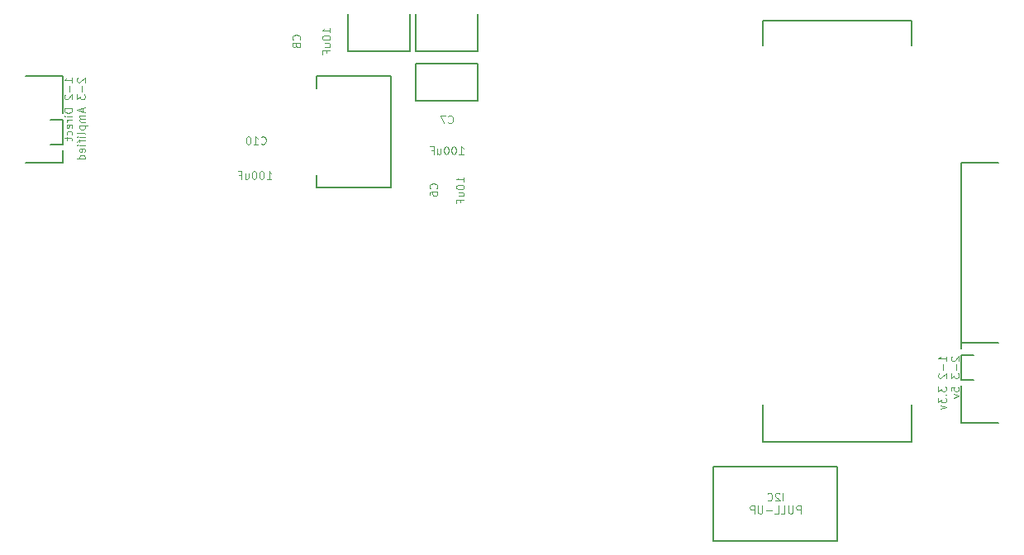
<source format=gbo>
G04 #@! TF.FileFunction,Legend,Bot*
%FSLAX46Y46*%
G04 Gerber Fmt 4.6, Leading zero omitted, Abs format (unit mm)*
G04 Created by KiCad (PCBNEW 4.0.7) date 02/08/20 23:52:05*
%MOMM*%
%LPD*%
G01*
G04 APERTURE LIST*
%ADD10C,0.100000*%
%ADD11C,0.200000*%
G04 APERTURE END LIST*
D10*
X75276905Y-85064524D02*
X75276905Y-84607381D01*
X75276905Y-84835952D02*
X74476905Y-84835952D01*
X74591190Y-84759762D01*
X74667381Y-84683571D01*
X74705476Y-84607381D01*
X74972143Y-85407381D02*
X74972143Y-86016905D01*
X74553095Y-86359762D02*
X74515000Y-86397857D01*
X74476905Y-86474048D01*
X74476905Y-86664524D01*
X74515000Y-86740714D01*
X74553095Y-86778810D01*
X74629286Y-86816905D01*
X74705476Y-86816905D01*
X74819762Y-86778810D01*
X75276905Y-86321667D01*
X75276905Y-86816905D01*
X75276905Y-87769286D02*
X74476905Y-87769286D01*
X74476905Y-87959762D01*
X74515000Y-88074048D01*
X74591190Y-88150239D01*
X74667381Y-88188334D01*
X74819762Y-88226429D01*
X74934048Y-88226429D01*
X75086429Y-88188334D01*
X75162619Y-88150239D01*
X75238810Y-88074048D01*
X75276905Y-87959762D01*
X75276905Y-87769286D01*
X75276905Y-88569286D02*
X74743571Y-88569286D01*
X74476905Y-88569286D02*
X74515000Y-88531191D01*
X74553095Y-88569286D01*
X74515000Y-88607381D01*
X74476905Y-88569286D01*
X74553095Y-88569286D01*
X75276905Y-88950238D02*
X74743571Y-88950238D01*
X74895952Y-88950238D02*
X74819762Y-88988333D01*
X74781667Y-89026429D01*
X74743571Y-89102619D01*
X74743571Y-89178810D01*
X75238810Y-89750238D02*
X75276905Y-89674048D01*
X75276905Y-89521667D01*
X75238810Y-89445476D01*
X75162619Y-89407381D01*
X74857857Y-89407381D01*
X74781667Y-89445476D01*
X74743571Y-89521667D01*
X74743571Y-89674048D01*
X74781667Y-89750238D01*
X74857857Y-89788333D01*
X74934048Y-89788333D01*
X75010238Y-89407381D01*
X75238810Y-90474047D02*
X75276905Y-90397857D01*
X75276905Y-90245476D01*
X75238810Y-90169285D01*
X75200714Y-90131190D01*
X75124524Y-90093095D01*
X74895952Y-90093095D01*
X74819762Y-90131190D01*
X74781667Y-90169285D01*
X74743571Y-90245476D01*
X74743571Y-90397857D01*
X74781667Y-90474047D01*
X74743571Y-90702618D02*
X74743571Y-91007380D01*
X74476905Y-90816904D02*
X75162619Y-90816904D01*
X75238810Y-90854999D01*
X75276905Y-90931190D01*
X75276905Y-91007380D01*
X75853095Y-84607381D02*
X75815000Y-84645476D01*
X75776905Y-84721667D01*
X75776905Y-84912143D01*
X75815000Y-84988333D01*
X75853095Y-85026429D01*
X75929286Y-85064524D01*
X76005476Y-85064524D01*
X76119762Y-85026429D01*
X76576905Y-84569286D01*
X76576905Y-85064524D01*
X76272143Y-85407381D02*
X76272143Y-86016905D01*
X75776905Y-86321667D02*
X75776905Y-86816905D01*
X76081667Y-86550238D01*
X76081667Y-86664524D01*
X76119762Y-86740714D01*
X76157857Y-86778810D01*
X76234048Y-86816905D01*
X76424524Y-86816905D01*
X76500714Y-86778810D01*
X76538810Y-86740714D01*
X76576905Y-86664524D01*
X76576905Y-86435952D01*
X76538810Y-86359762D01*
X76500714Y-86321667D01*
X76348333Y-87731191D02*
X76348333Y-88112143D01*
X76576905Y-87655000D02*
X75776905Y-87921667D01*
X76576905Y-88188334D01*
X76576905Y-88455000D02*
X76043571Y-88455000D01*
X76119762Y-88455000D02*
X76081667Y-88493095D01*
X76043571Y-88569286D01*
X76043571Y-88683572D01*
X76081667Y-88759762D01*
X76157857Y-88797857D01*
X76576905Y-88797857D01*
X76157857Y-88797857D02*
X76081667Y-88835953D01*
X76043571Y-88912143D01*
X76043571Y-89026429D01*
X76081667Y-89102619D01*
X76157857Y-89140714D01*
X76576905Y-89140714D01*
X76043571Y-89521667D02*
X76843571Y-89521667D01*
X76081667Y-89521667D02*
X76043571Y-89597858D01*
X76043571Y-89750239D01*
X76081667Y-89826429D01*
X76119762Y-89864524D01*
X76195952Y-89902620D01*
X76424524Y-89902620D01*
X76500714Y-89864524D01*
X76538810Y-89826429D01*
X76576905Y-89750239D01*
X76576905Y-89597858D01*
X76538810Y-89521667D01*
X76576905Y-90359763D02*
X76538810Y-90283572D01*
X76462619Y-90245477D01*
X75776905Y-90245477D01*
X76576905Y-90664525D02*
X76043571Y-90664525D01*
X75776905Y-90664525D02*
X75815000Y-90626430D01*
X75853095Y-90664525D01*
X75815000Y-90702620D01*
X75776905Y-90664525D01*
X75853095Y-90664525D01*
X76043571Y-90931191D02*
X76043571Y-91235953D01*
X76576905Y-91045477D02*
X75891190Y-91045477D01*
X75815000Y-91083572D01*
X75776905Y-91159763D01*
X75776905Y-91235953D01*
X76576905Y-91502620D02*
X76043571Y-91502620D01*
X75776905Y-91502620D02*
X75815000Y-91464525D01*
X75853095Y-91502620D01*
X75815000Y-91540715D01*
X75776905Y-91502620D01*
X75853095Y-91502620D01*
X76538810Y-92188334D02*
X76576905Y-92112144D01*
X76576905Y-91959763D01*
X76538810Y-91883572D01*
X76462619Y-91845477D01*
X76157857Y-91845477D01*
X76081667Y-91883572D01*
X76043571Y-91959763D01*
X76043571Y-92112144D01*
X76081667Y-92188334D01*
X76157857Y-92226429D01*
X76234048Y-92226429D01*
X76310238Y-91845477D01*
X76576905Y-92912143D02*
X75776905Y-92912143D01*
X76538810Y-92912143D02*
X76576905Y-92835953D01*
X76576905Y-92683572D01*
X76538810Y-92607381D01*
X76500714Y-92569286D01*
X76424524Y-92531191D01*
X76195952Y-92531191D01*
X76119762Y-92569286D01*
X76081667Y-92607381D01*
X76043571Y-92683572D01*
X76043571Y-92835953D01*
X76081667Y-92912143D01*
X164811905Y-113639524D02*
X164811905Y-113182381D01*
X164811905Y-113410952D02*
X164011905Y-113410952D01*
X164126190Y-113334762D01*
X164202381Y-113258571D01*
X164240476Y-113182381D01*
X164507143Y-113982381D02*
X164507143Y-114591905D01*
X164088095Y-114934762D02*
X164050000Y-114972857D01*
X164011905Y-115049048D01*
X164011905Y-115239524D01*
X164050000Y-115315714D01*
X164088095Y-115353810D01*
X164164286Y-115391905D01*
X164240476Y-115391905D01*
X164354762Y-115353810D01*
X164811905Y-114896667D01*
X164811905Y-115391905D01*
X164011905Y-116268096D02*
X164011905Y-116763334D01*
X164316667Y-116496667D01*
X164316667Y-116610953D01*
X164354762Y-116687143D01*
X164392857Y-116725239D01*
X164469048Y-116763334D01*
X164659524Y-116763334D01*
X164735714Y-116725239D01*
X164773810Y-116687143D01*
X164811905Y-116610953D01*
X164811905Y-116382381D01*
X164773810Y-116306191D01*
X164735714Y-116268096D01*
X164735714Y-117106191D02*
X164773810Y-117144286D01*
X164811905Y-117106191D01*
X164773810Y-117068096D01*
X164735714Y-117106191D01*
X164811905Y-117106191D01*
X164011905Y-117410953D02*
X164011905Y-117906191D01*
X164316667Y-117639524D01*
X164316667Y-117753810D01*
X164354762Y-117830000D01*
X164392857Y-117868096D01*
X164469048Y-117906191D01*
X164659524Y-117906191D01*
X164735714Y-117868096D01*
X164773810Y-117830000D01*
X164811905Y-117753810D01*
X164811905Y-117525238D01*
X164773810Y-117449048D01*
X164735714Y-117410953D01*
X164278571Y-118172858D02*
X164811905Y-118363334D01*
X164278571Y-118553810D01*
X165388095Y-113182381D02*
X165350000Y-113220476D01*
X165311905Y-113296667D01*
X165311905Y-113487143D01*
X165350000Y-113563333D01*
X165388095Y-113601429D01*
X165464286Y-113639524D01*
X165540476Y-113639524D01*
X165654762Y-113601429D01*
X166111905Y-113144286D01*
X166111905Y-113639524D01*
X165807143Y-113982381D02*
X165807143Y-114591905D01*
X165311905Y-114896667D02*
X165311905Y-115391905D01*
X165616667Y-115125238D01*
X165616667Y-115239524D01*
X165654762Y-115315714D01*
X165692857Y-115353810D01*
X165769048Y-115391905D01*
X165959524Y-115391905D01*
X166035714Y-115353810D01*
X166073810Y-115315714D01*
X166111905Y-115239524D01*
X166111905Y-115010952D01*
X166073810Y-114934762D01*
X166035714Y-114896667D01*
X165311905Y-116725239D02*
X165311905Y-116344286D01*
X165692857Y-116306191D01*
X165654762Y-116344286D01*
X165616667Y-116420477D01*
X165616667Y-116610953D01*
X165654762Y-116687143D01*
X165692857Y-116725239D01*
X165769048Y-116763334D01*
X165959524Y-116763334D01*
X166035714Y-116725239D01*
X166073810Y-116687143D01*
X166111905Y-116610953D01*
X166111905Y-116420477D01*
X166073810Y-116344286D01*
X166035714Y-116306191D01*
X165578571Y-117030001D02*
X166111905Y-117220477D01*
X165578571Y-117410953D01*
X148100952Y-127981905D02*
X148100952Y-127181905D01*
X147758095Y-127258095D02*
X147720000Y-127220000D01*
X147643809Y-127181905D01*
X147453333Y-127181905D01*
X147377143Y-127220000D01*
X147339047Y-127258095D01*
X147300952Y-127334286D01*
X147300952Y-127410476D01*
X147339047Y-127524762D01*
X147796190Y-127981905D01*
X147300952Y-127981905D01*
X146500952Y-127905714D02*
X146539047Y-127943810D01*
X146653333Y-127981905D01*
X146729523Y-127981905D01*
X146843809Y-127943810D01*
X146920000Y-127867619D01*
X146958095Y-127791429D01*
X146996190Y-127639048D01*
X146996190Y-127524762D01*
X146958095Y-127372381D01*
X146920000Y-127296190D01*
X146843809Y-127220000D01*
X146729523Y-127181905D01*
X146653333Y-127181905D01*
X146539047Y-127220000D01*
X146500952Y-127258095D01*
X149910476Y-129281905D02*
X149910476Y-128481905D01*
X149605714Y-128481905D01*
X149529523Y-128520000D01*
X149491428Y-128558095D01*
X149453333Y-128634286D01*
X149453333Y-128748571D01*
X149491428Y-128824762D01*
X149529523Y-128862857D01*
X149605714Y-128900952D01*
X149910476Y-128900952D01*
X149110476Y-128481905D02*
X149110476Y-129129524D01*
X149072381Y-129205714D01*
X149034285Y-129243810D01*
X148958095Y-129281905D01*
X148805714Y-129281905D01*
X148729523Y-129243810D01*
X148691428Y-129205714D01*
X148653333Y-129129524D01*
X148653333Y-128481905D01*
X147891428Y-129281905D02*
X148272381Y-129281905D01*
X148272381Y-128481905D01*
X147243809Y-129281905D02*
X147624762Y-129281905D01*
X147624762Y-128481905D01*
X146977143Y-128977143D02*
X146367619Y-128977143D01*
X145986667Y-128481905D02*
X145986667Y-129129524D01*
X145948572Y-129205714D01*
X145910476Y-129243810D01*
X145834286Y-129281905D01*
X145681905Y-129281905D01*
X145605714Y-129243810D01*
X145567619Y-129205714D01*
X145529524Y-129129524D01*
X145529524Y-128481905D01*
X145148572Y-129281905D02*
X145148572Y-128481905D01*
X144843810Y-128481905D01*
X144767619Y-128520000D01*
X144729524Y-128558095D01*
X144691429Y-128634286D01*
X144691429Y-128748571D01*
X144729524Y-128824762D01*
X144767619Y-128862857D01*
X144843810Y-128900952D01*
X145148572Y-128900952D01*
D11*
X74295000Y-93345000D02*
X70485000Y-93345000D01*
X74295000Y-92075000D02*
X74295000Y-93345000D01*
X74295000Y-91440000D02*
X73025000Y-91440000D01*
X74295000Y-88900000D02*
X74295000Y-91440000D01*
X73025000Y-88900000D02*
X74295000Y-88900000D01*
X74295000Y-84455000D02*
X74295000Y-88265000D01*
X70485000Y-84455000D02*
X74295000Y-84455000D01*
X116840000Y-81915000D02*
X116840000Y-78105000D01*
X110490000Y-81915000D02*
X116840000Y-81915000D01*
X110490000Y-78105000D02*
X110490000Y-81915000D01*
X109855000Y-81915000D02*
X109855000Y-78105000D01*
X103505000Y-81915000D02*
X109855000Y-81915000D01*
X103505000Y-78105000D02*
X103505000Y-81915000D01*
X110490000Y-86995000D02*
X110490000Y-83185000D01*
X111125000Y-86995000D02*
X110490000Y-86995000D01*
X116840000Y-86995000D02*
X111125000Y-86995000D01*
X116840000Y-83185000D02*
X116840000Y-86995000D01*
X110490000Y-83185000D02*
X116840000Y-83185000D01*
X100330000Y-95885000D02*
X100330000Y-94615000D01*
X107950000Y-95885000D02*
X100330000Y-95885000D01*
X107950000Y-84455000D02*
X107950000Y-95885000D01*
X100330000Y-84455000D02*
X107950000Y-84455000D01*
X100330000Y-85725000D02*
X100330000Y-84455000D01*
X153670000Y-132080000D02*
X153670000Y-124460000D01*
X140970000Y-132080000D02*
X153670000Y-132080000D01*
X140970000Y-124460000D02*
X140970000Y-132080000D01*
X153670000Y-124460000D02*
X140970000Y-124460000D01*
X161290000Y-121920000D02*
X161290000Y-118110000D01*
X146050000Y-121920000D02*
X161290000Y-121920000D01*
X146050000Y-118110000D02*
X146050000Y-121920000D01*
X161290000Y-78740000D02*
X161290000Y-81280000D01*
X146050000Y-78740000D02*
X161290000Y-78740000D01*
X146050000Y-81280000D02*
X146050000Y-78740000D01*
X166370000Y-93345000D02*
X170180000Y-93345000D01*
X166370000Y-111760000D02*
X166370000Y-93345000D01*
X166370000Y-120015000D02*
X170180000Y-120015000D01*
X166370000Y-116205000D02*
X166370000Y-120015000D01*
X166370000Y-115570000D02*
X167640000Y-115570000D01*
X166370000Y-113030000D02*
X166370000Y-115570000D01*
X166370000Y-113030000D02*
X167640000Y-113030000D01*
X166370000Y-111760000D02*
X166370000Y-112395000D01*
X170180000Y-111760000D02*
X166370000Y-111760000D01*
D10*
X112617214Y-95942167D02*
X112655310Y-95904072D01*
X112693405Y-95789786D01*
X112693405Y-95713596D01*
X112655310Y-95599310D01*
X112579119Y-95523119D01*
X112502929Y-95485024D01*
X112350548Y-95446929D01*
X112236262Y-95446929D01*
X112083881Y-95485024D01*
X112007690Y-95523119D01*
X111931500Y-95599310D01*
X111893405Y-95713596D01*
X111893405Y-95789786D01*
X111931500Y-95904072D01*
X111969595Y-95942167D01*
X111893405Y-96627881D02*
X111893405Y-96475500D01*
X111931500Y-96399310D01*
X111969595Y-96361215D01*
X112083881Y-96285024D01*
X112236262Y-96246929D01*
X112541024Y-96246929D01*
X112617214Y-96285024D01*
X112655310Y-96323119D01*
X112693405Y-96399310D01*
X112693405Y-96551691D01*
X112655310Y-96627881D01*
X112617214Y-96665977D01*
X112541024Y-96704072D01*
X112350548Y-96704072D01*
X112274357Y-96665977D01*
X112236262Y-96627881D01*
X112198167Y-96551691D01*
X112198167Y-96399310D01*
X112236262Y-96323119D01*
X112274357Y-96285024D01*
X112350548Y-96246929D01*
X115423905Y-95281857D02*
X115423905Y-94824714D01*
X115423905Y-95053285D02*
X114623905Y-95053285D01*
X114738190Y-94977095D01*
X114814381Y-94900904D01*
X114852476Y-94824714D01*
X114623905Y-95777095D02*
X114623905Y-95853286D01*
X114662000Y-95929476D01*
X114700095Y-95967571D01*
X114776286Y-96005667D01*
X114928667Y-96043762D01*
X115119143Y-96043762D01*
X115271524Y-96005667D01*
X115347714Y-95967571D01*
X115385810Y-95929476D01*
X115423905Y-95853286D01*
X115423905Y-95777095D01*
X115385810Y-95700905D01*
X115347714Y-95662809D01*
X115271524Y-95624714D01*
X115119143Y-95586619D01*
X114928667Y-95586619D01*
X114776286Y-95624714D01*
X114700095Y-95662809D01*
X114662000Y-95700905D01*
X114623905Y-95777095D01*
X114890571Y-96729476D02*
X115423905Y-96729476D01*
X114890571Y-96386619D02*
X115309619Y-96386619D01*
X115385810Y-96424714D01*
X115423905Y-96500905D01*
X115423905Y-96615191D01*
X115385810Y-96691381D01*
X115347714Y-96729476D01*
X115004857Y-97377096D02*
X115004857Y-97110429D01*
X115423905Y-97110429D02*
X114623905Y-97110429D01*
X114623905Y-97491382D01*
X113798333Y-89185714D02*
X113836428Y-89223810D01*
X113950714Y-89261905D01*
X114026904Y-89261905D01*
X114141190Y-89223810D01*
X114217381Y-89147619D01*
X114255476Y-89071429D01*
X114293571Y-88919048D01*
X114293571Y-88804762D01*
X114255476Y-88652381D01*
X114217381Y-88576190D01*
X114141190Y-88500000D01*
X114026904Y-88461905D01*
X113950714Y-88461905D01*
X113836428Y-88500000D01*
X113798333Y-88538095D01*
X113531666Y-88461905D02*
X112998333Y-88461905D01*
X113341190Y-89261905D01*
X114903095Y-92436905D02*
X115360238Y-92436905D01*
X115131667Y-92436905D02*
X115131667Y-91636905D01*
X115207857Y-91751190D01*
X115284048Y-91827381D01*
X115360238Y-91865476D01*
X114407857Y-91636905D02*
X114331666Y-91636905D01*
X114255476Y-91675000D01*
X114217381Y-91713095D01*
X114179285Y-91789286D01*
X114141190Y-91941667D01*
X114141190Y-92132143D01*
X114179285Y-92284524D01*
X114217381Y-92360714D01*
X114255476Y-92398810D01*
X114331666Y-92436905D01*
X114407857Y-92436905D01*
X114484047Y-92398810D01*
X114522143Y-92360714D01*
X114560238Y-92284524D01*
X114598333Y-92132143D01*
X114598333Y-91941667D01*
X114560238Y-91789286D01*
X114522143Y-91713095D01*
X114484047Y-91675000D01*
X114407857Y-91636905D01*
X113645952Y-91636905D02*
X113569761Y-91636905D01*
X113493571Y-91675000D01*
X113455476Y-91713095D01*
X113417380Y-91789286D01*
X113379285Y-91941667D01*
X113379285Y-92132143D01*
X113417380Y-92284524D01*
X113455476Y-92360714D01*
X113493571Y-92398810D01*
X113569761Y-92436905D01*
X113645952Y-92436905D01*
X113722142Y-92398810D01*
X113760238Y-92360714D01*
X113798333Y-92284524D01*
X113836428Y-92132143D01*
X113836428Y-91941667D01*
X113798333Y-91789286D01*
X113760238Y-91713095D01*
X113722142Y-91675000D01*
X113645952Y-91636905D01*
X112693571Y-91903571D02*
X112693571Y-92436905D01*
X113036428Y-91903571D02*
X113036428Y-92322619D01*
X112998333Y-92398810D01*
X112922142Y-92436905D01*
X112807856Y-92436905D01*
X112731666Y-92398810D01*
X112693571Y-92360714D01*
X112045951Y-92017857D02*
X112312618Y-92017857D01*
X112312618Y-92436905D02*
X112312618Y-91636905D01*
X111931665Y-91636905D01*
X98583714Y-80702167D02*
X98621810Y-80664072D01*
X98659905Y-80549786D01*
X98659905Y-80473596D01*
X98621810Y-80359310D01*
X98545619Y-80283119D01*
X98469429Y-80245024D01*
X98317048Y-80206929D01*
X98202762Y-80206929D01*
X98050381Y-80245024D01*
X97974190Y-80283119D01*
X97898000Y-80359310D01*
X97859905Y-80473596D01*
X97859905Y-80549786D01*
X97898000Y-80664072D01*
X97936095Y-80702167D01*
X98202762Y-81159310D02*
X98164667Y-81083119D01*
X98126571Y-81045024D01*
X98050381Y-81006929D01*
X98012286Y-81006929D01*
X97936095Y-81045024D01*
X97898000Y-81083119D01*
X97859905Y-81159310D01*
X97859905Y-81311691D01*
X97898000Y-81387881D01*
X97936095Y-81425977D01*
X98012286Y-81464072D01*
X98050381Y-81464072D01*
X98126571Y-81425977D01*
X98164667Y-81387881D01*
X98202762Y-81311691D01*
X98202762Y-81159310D01*
X98240857Y-81083119D01*
X98278952Y-81045024D01*
X98355143Y-81006929D01*
X98507524Y-81006929D01*
X98583714Y-81045024D01*
X98621810Y-81083119D01*
X98659905Y-81159310D01*
X98659905Y-81311691D01*
X98621810Y-81387881D01*
X98583714Y-81425977D01*
X98507524Y-81464072D01*
X98355143Y-81464072D01*
X98278952Y-81425977D01*
X98240857Y-81387881D01*
X98202762Y-81311691D01*
X101707905Y-79978357D02*
X101707905Y-79521214D01*
X101707905Y-79749785D02*
X100907905Y-79749785D01*
X101022190Y-79673595D01*
X101098381Y-79597404D01*
X101136476Y-79521214D01*
X100907905Y-80473595D02*
X100907905Y-80549786D01*
X100946000Y-80625976D01*
X100984095Y-80664071D01*
X101060286Y-80702167D01*
X101212667Y-80740262D01*
X101403143Y-80740262D01*
X101555524Y-80702167D01*
X101631714Y-80664071D01*
X101669810Y-80625976D01*
X101707905Y-80549786D01*
X101707905Y-80473595D01*
X101669810Y-80397405D01*
X101631714Y-80359309D01*
X101555524Y-80321214D01*
X101403143Y-80283119D01*
X101212667Y-80283119D01*
X101060286Y-80321214D01*
X100984095Y-80359309D01*
X100946000Y-80397405D01*
X100907905Y-80473595D01*
X101174571Y-81425976D02*
X101707905Y-81425976D01*
X101174571Y-81083119D02*
X101593619Y-81083119D01*
X101669810Y-81121214D01*
X101707905Y-81197405D01*
X101707905Y-81311691D01*
X101669810Y-81387881D01*
X101631714Y-81425976D01*
X101288857Y-82073596D02*
X101288857Y-81806929D01*
X101707905Y-81806929D02*
X100907905Y-81806929D01*
X100907905Y-82187882D01*
X94621286Y-91344714D02*
X94659381Y-91382810D01*
X94773667Y-91420905D01*
X94849857Y-91420905D01*
X94964143Y-91382810D01*
X95040334Y-91306619D01*
X95078429Y-91230429D01*
X95116524Y-91078048D01*
X95116524Y-90963762D01*
X95078429Y-90811381D01*
X95040334Y-90735190D01*
X94964143Y-90659000D01*
X94849857Y-90620905D01*
X94773667Y-90620905D01*
X94659381Y-90659000D01*
X94621286Y-90697095D01*
X93859381Y-91420905D02*
X94316524Y-91420905D01*
X94087953Y-91420905D02*
X94087953Y-90620905D01*
X94164143Y-90735190D01*
X94240334Y-90811381D01*
X94316524Y-90849476D01*
X93364143Y-90620905D02*
X93287952Y-90620905D01*
X93211762Y-90659000D01*
X93173667Y-90697095D01*
X93135571Y-90773286D01*
X93097476Y-90925667D01*
X93097476Y-91116143D01*
X93135571Y-91268524D01*
X93173667Y-91344714D01*
X93211762Y-91382810D01*
X93287952Y-91420905D01*
X93364143Y-91420905D01*
X93440333Y-91382810D01*
X93478429Y-91344714D01*
X93516524Y-91268524D01*
X93554619Y-91116143D01*
X93554619Y-90925667D01*
X93516524Y-90773286D01*
X93478429Y-90697095D01*
X93440333Y-90659000D01*
X93364143Y-90620905D01*
X95218095Y-94976905D02*
X95675238Y-94976905D01*
X95446667Y-94976905D02*
X95446667Y-94176905D01*
X95522857Y-94291190D01*
X95599048Y-94367381D01*
X95675238Y-94405476D01*
X94722857Y-94176905D02*
X94646666Y-94176905D01*
X94570476Y-94215000D01*
X94532381Y-94253095D01*
X94494285Y-94329286D01*
X94456190Y-94481667D01*
X94456190Y-94672143D01*
X94494285Y-94824524D01*
X94532381Y-94900714D01*
X94570476Y-94938810D01*
X94646666Y-94976905D01*
X94722857Y-94976905D01*
X94799047Y-94938810D01*
X94837143Y-94900714D01*
X94875238Y-94824524D01*
X94913333Y-94672143D01*
X94913333Y-94481667D01*
X94875238Y-94329286D01*
X94837143Y-94253095D01*
X94799047Y-94215000D01*
X94722857Y-94176905D01*
X93960952Y-94176905D02*
X93884761Y-94176905D01*
X93808571Y-94215000D01*
X93770476Y-94253095D01*
X93732380Y-94329286D01*
X93694285Y-94481667D01*
X93694285Y-94672143D01*
X93732380Y-94824524D01*
X93770476Y-94900714D01*
X93808571Y-94938810D01*
X93884761Y-94976905D01*
X93960952Y-94976905D01*
X94037142Y-94938810D01*
X94075238Y-94900714D01*
X94113333Y-94824524D01*
X94151428Y-94672143D01*
X94151428Y-94481667D01*
X94113333Y-94329286D01*
X94075238Y-94253095D01*
X94037142Y-94215000D01*
X93960952Y-94176905D01*
X93008571Y-94443571D02*
X93008571Y-94976905D01*
X93351428Y-94443571D02*
X93351428Y-94862619D01*
X93313333Y-94938810D01*
X93237142Y-94976905D01*
X93122856Y-94976905D01*
X93046666Y-94938810D01*
X93008571Y-94900714D01*
X92360951Y-94557857D02*
X92627618Y-94557857D01*
X92627618Y-94976905D02*
X92627618Y-94176905D01*
X92246665Y-94176905D01*
M02*

</source>
